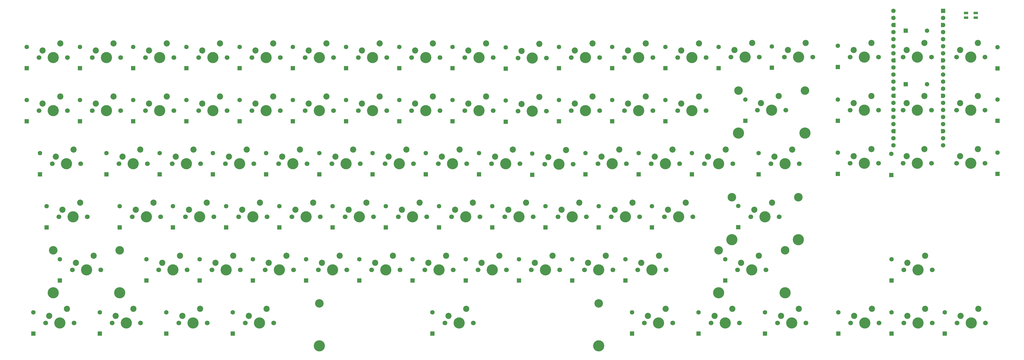
<source format=gbr>
%TF.GenerationSoftware,KiCad,Pcbnew,9.0.3-9.0.3-0~ubuntu24.04.1*%
%TF.CreationDate,2025-07-19T21:47:56-07:00*%
%TF.ProjectId,Keyboard,4b657962-6f61-4726-942e-6b696361645f,rev?*%
%TF.SameCoordinates,Original*%
%TF.FileFunction,Soldermask,Top*%
%TF.FilePolarity,Negative*%
%FSLAX46Y46*%
G04 Gerber Fmt 4.6, Leading zero omitted, Abs format (unit mm)*
G04 Created by KiCad (PCBNEW 9.0.3-9.0.3-0~ubuntu24.04.1) date 2025-07-19 21:47:56*
%MOMM*%
%LPD*%
G01*
G04 APERTURE LIST*
G04 Aperture macros list*
%AMRoundRect*
0 Rectangle with rounded corners*
0 $1 Rounding radius*
0 $2 $3 $4 $5 $6 $7 $8 $9 X,Y pos of 4 corners*
0 Add a 4 corners polygon primitive as box body*
4,1,4,$2,$3,$4,$5,$6,$7,$8,$9,$2,$3,0*
0 Add four circle primitives for the rounded corners*
1,1,$1+$1,$2,$3*
1,1,$1+$1,$4,$5*
1,1,$1+$1,$6,$7*
1,1,$1+$1,$8,$9*
0 Add four rect primitives between the rounded corners*
20,1,$1+$1,$2,$3,$4,$5,0*
20,1,$1+$1,$4,$5,$6,$7,0*
20,1,$1+$1,$6,$7,$8,$9,0*
20,1,$1+$1,$8,$9,$2,$3,0*%
%AMFreePoly0*
4,1,37,0.603843,0.796157,0.639018,0.796157,0.711114,0.766294,0.766294,0.711114,0.796157,0.639018,0.796157,0.603843,0.800000,0.600000,0.800000,-0.600000,0.796157,-0.603843,0.796157,-0.639018,0.766294,-0.711114,0.711114,-0.766294,0.639018,-0.796157,0.603843,-0.796157,0.600000,-0.800000,0.000000,-0.800000,0.000000,-0.796148,-0.078414,-0.796148,-0.232228,-0.765552,-0.377117,-0.705537,
-0.507515,-0.618408,-0.618408,-0.507515,-0.705537,-0.377117,-0.765552,-0.232228,-0.796148,-0.078414,-0.796148,0.078414,-0.765552,0.232228,-0.705537,0.377117,-0.618408,0.507515,-0.507515,0.618408,-0.377117,0.705537,-0.232228,0.765552,-0.078414,0.796148,0.000000,0.796148,0.000000,0.800000,0.600000,0.800000,0.603843,0.796157,0.603843,0.796157,$1*%
%AMFreePoly1*
4,1,37,0.000000,0.796148,0.078414,0.796148,0.232228,0.765552,0.377117,0.705537,0.507515,0.618408,0.618408,0.507515,0.705537,0.377117,0.765552,0.232228,0.796148,0.078414,0.796148,-0.078414,0.765552,-0.232228,0.705537,-0.377117,0.618408,-0.507515,0.507515,-0.618408,0.377117,-0.705537,0.232228,-0.765552,0.078414,-0.796148,0.000000,-0.796148,0.000000,-0.800000,-0.600000,-0.800000,
-0.603843,-0.796157,-0.639018,-0.796157,-0.711114,-0.766294,-0.766294,-0.711114,-0.796157,-0.639018,-0.796157,-0.603843,-0.800000,-0.600000,-0.800000,0.600000,-0.796157,0.603843,-0.796157,0.639018,-0.766294,0.711114,-0.711114,0.766294,-0.639018,0.796157,-0.603843,0.796157,-0.600000,0.800000,0.000000,0.800000,0.000000,0.796148,0.000000,0.796148,$1*%
G04 Aperture macros list end*
%ADD10C,1.700000*%
%ADD11C,4.000000*%
%ADD12C,2.200000*%
%ADD13C,3.050000*%
%ADD14RoundRect,0.250000X0.550000X-0.550000X0.550000X0.550000X-0.550000X0.550000X-0.550000X-0.550000X0*%
%ADD15C,1.600000*%
%ADD16R,1.600000X0.850000*%
%ADD17RoundRect,0.250000X-0.550000X-0.550000X0.550000X-0.550000X0.550000X0.550000X-0.550000X0.550000X0*%
%ADD18RoundRect,0.200000X0.600000X0.600000X-0.600000X0.600000X-0.600000X-0.600000X0.600000X-0.600000X0*%
%ADD19FreePoly0,180.000000*%
%ADD20FreePoly1,180.000000*%
G04 APERTURE END LIST*
D10*
%TO.C,SW44*%
X117792500Y-54927500D03*
D11*
X122872500Y-54927500D03*
D10*
X127952500Y-54927500D03*
D12*
X125412500Y-49847500D03*
X119062500Y-52387500D03*
%TD*%
D10*
%TO.C,SW56*%
X155892500Y-55086250D03*
D11*
X160972500Y-55086250D03*
D10*
X166052500Y-55086250D03*
D12*
X163512500Y-50006250D03*
X157162500Y-52546250D03*
%TD*%
D10*
%TO.C,SW40*%
X113030000Y-93027500D03*
D11*
X118110000Y-93027500D03*
D10*
X123190000Y-93027500D03*
D12*
X120650000Y-87947500D03*
X114300000Y-90487500D03*
%TD*%
D10*
%TO.C,SW63*%
X184467500Y-73977500D03*
D11*
X189547500Y-73977500D03*
D10*
X194627500Y-73977500D03*
D12*
X192087500Y-68897500D03*
X185737500Y-71437500D03*
%TD*%
D10*
%TO.C,SW11*%
X27305000Y-112077500D03*
D11*
X32385000Y-112077500D03*
D10*
X37465000Y-112077500D03*
D12*
X34925000Y-106997500D03*
X28575000Y-109537500D03*
%TD*%
D10*
%TO.C,SW85*%
X293766875Y-35718750D03*
D11*
X298846875Y-35718750D03*
D10*
X303926875Y-35718750D03*
D12*
X301386875Y-30638750D03*
X295036875Y-33178750D03*
%TD*%
D10*
%TO.C,SW34*%
X93980000Y-93027500D03*
D11*
X99060000Y-93027500D03*
D10*
X104140000Y-93027500D03*
D12*
X101600000Y-87947500D03*
X95250000Y-90487500D03*
%TD*%
D10*
%TO.C,SW8*%
X3492500Y-54927500D03*
D11*
X8572500Y-54927500D03*
D10*
X13652500Y-54927500D03*
D12*
X11112500Y-49847500D03*
X4762500Y-52387500D03*
%TD*%
D10*
%TO.C,SW31*%
X79692500Y-35877500D03*
D11*
X84772500Y-35877500D03*
D10*
X89852500Y-35877500D03*
D12*
X87312500Y-30797500D03*
X80962500Y-33337500D03*
%TD*%
D10*
%TO.C,SW68*%
X193992500Y-54927500D03*
D11*
X199072500Y-54927500D03*
D10*
X204152500Y-54927500D03*
D12*
X201612500Y-49847500D03*
X195262500Y-52387500D03*
%TD*%
D10*
%TO.C,SW46*%
X132080000Y-93027500D03*
D11*
X137160000Y-93027500D03*
D10*
X142240000Y-93027500D03*
D12*
X139700000Y-87947500D03*
X133350000Y-90487500D03*
%TD*%
D10*
%TO.C,SW62*%
X174942500Y-54927500D03*
D11*
X180022500Y-54927500D03*
D10*
X185102500Y-54927500D03*
D12*
X182562500Y-49847500D03*
X176212500Y-52387500D03*
%TD*%
D10*
%TO.C,SW49*%
X136842500Y-35877500D03*
D11*
X141922500Y-35877500D03*
D10*
X147002500Y-35877500D03*
D12*
X144462500Y-30797500D03*
X138112500Y-33337500D03*
%TD*%
D10*
%TO.C,SW36*%
X201136250Y-131127500D03*
D11*
X206216250Y-131127500D03*
D10*
X211296250Y-131127500D03*
D12*
X208756250Y-126047500D03*
X202406250Y-128587500D03*
%TD*%
D13*
%TO.C,SW30*%
X84778750Y-124127500D03*
D11*
X84778750Y-139367500D03*
D10*
X129698750Y-131127500D03*
D11*
X134778750Y-131127500D03*
D10*
X139858750Y-131127500D03*
D13*
X184778750Y-124127500D03*
D11*
X184778750Y-139367500D03*
D12*
X137318750Y-126047500D03*
X130968750Y-128587500D03*
%TD*%
D10*
%TO.C,SW45*%
X127317500Y-73977500D03*
D11*
X132397500Y-73977500D03*
D10*
X137477500Y-73977500D03*
D12*
X134937500Y-68897500D03*
X128587500Y-71437500D03*
%TD*%
D10*
%TO.C,SW81*%
X246380000Y-73977500D03*
D11*
X251460000Y-73977500D03*
D10*
X256540000Y-73977500D03*
D12*
X254000000Y-68897500D03*
X247650000Y-71437500D03*
%TD*%
D10*
%TO.C,SW88*%
X312888125Y-73818750D03*
D11*
X317968125Y-73818750D03*
D10*
X323048125Y-73818750D03*
D12*
X320508125Y-68738750D03*
X314158125Y-71278750D03*
%TD*%
D10*
%TO.C,SW20*%
X41592500Y-54927500D03*
D11*
X46672500Y-54927500D03*
D10*
X51752500Y-54927500D03*
D12*
X49212500Y-49847500D03*
X42862500Y-52387500D03*
%TD*%
D13*
%TO.C,SW80*%
X234791250Y-47768750D03*
D11*
X234791250Y-63008750D03*
D10*
X241611250Y-54768750D03*
D11*
X246691250Y-54768750D03*
D10*
X251771250Y-54768750D03*
D13*
X258591250Y-47768750D03*
D11*
X258591250Y-63008750D03*
D12*
X249231250Y-49688750D03*
X242881250Y-52228750D03*
%TD*%
D10*
%TO.C,SW54*%
X274955000Y-131127500D03*
D11*
X280035000Y-131127500D03*
D10*
X285115000Y-131127500D03*
D12*
X282575000Y-126047500D03*
X276225000Y-128587500D03*
%TD*%
D10*
%TO.C,SW66*%
X313055000Y-131127500D03*
D11*
X318135000Y-131127500D03*
D10*
X323215000Y-131127500D03*
D12*
X320675000Y-126047500D03*
X314325000Y-128587500D03*
%TD*%
D10*
%TO.C,SW61*%
X174942500Y-35877500D03*
D11*
X180022500Y-35877500D03*
D10*
X185102500Y-35877500D03*
D12*
X182562500Y-30797500D03*
X176212500Y-33337500D03*
%TD*%
D10*
%TO.C,SW78*%
X274788125Y-54768750D03*
D11*
X279868125Y-54768750D03*
D10*
X284948125Y-54768750D03*
D12*
X282408125Y-49688750D03*
X276058125Y-52228750D03*
%TD*%
D10*
%TO.C,SW9*%
X13017500Y-73977500D03*
D11*
X18097500Y-73977500D03*
D10*
X23177500Y-73977500D03*
D12*
X20637500Y-68897500D03*
X14287500Y-71437500D03*
%TD*%
D10*
%TO.C,SW73*%
X213042500Y-35877500D03*
D11*
X218122500Y-35877500D03*
D10*
X223202500Y-35877500D03*
D12*
X220662500Y-30797500D03*
X214312500Y-33337500D03*
%TD*%
D10*
%TO.C,SW24*%
X58261250Y-131127500D03*
D11*
X63341250Y-131127500D03*
D10*
X68421250Y-131127500D03*
D12*
X65881250Y-126047500D03*
X59531250Y-128587500D03*
%TD*%
D10*
%TO.C,SW64*%
X189230000Y-93027500D03*
D11*
X194310000Y-93027500D03*
D10*
X199390000Y-93027500D03*
D12*
X196850000Y-87947500D03*
X190500000Y-90487500D03*
%TD*%
D10*
%TO.C,SW87*%
X293766875Y-73818750D03*
D11*
X298846875Y-73818750D03*
D10*
X303926875Y-73818750D03*
D12*
X301386875Y-68738750D03*
X295036875Y-71278750D03*
%TD*%
D10*
%TO.C,SW82*%
X274788125Y-73818750D03*
D11*
X279868125Y-73818750D03*
D10*
X284948125Y-73818750D03*
D12*
X282408125Y-68738750D03*
X276058125Y-71278750D03*
%TD*%
D14*
%TO.C,D87*%
X289500000Y-78060000D03*
D15*
X289500000Y-70440000D03*
%TD*%
D10*
%TO.C,SW42*%
X224948750Y-131127500D03*
D11*
X230028750Y-131127500D03*
D10*
X235108750Y-131127500D03*
D12*
X232568750Y-126047500D03*
X226218750Y-128587500D03*
%TD*%
D13*
%TO.C,SW5*%
X-10471250Y-105077500D03*
D11*
X-10471250Y-120317500D03*
D10*
X-3651250Y-112077500D03*
D11*
X1428750Y-112077500D03*
D10*
X6508750Y-112077500D03*
D13*
X13328750Y-105077500D03*
D11*
X13328750Y-120317500D03*
D12*
X3968750Y-106997500D03*
X-2381250Y-109537500D03*
%TD*%
D10*
%TO.C,SW15*%
X32067500Y-73977500D03*
D11*
X37147500Y-73977500D03*
D10*
X42227500Y-73977500D03*
D12*
X39687500Y-68897500D03*
X33337500Y-71437500D03*
%TD*%
D10*
%TO.C,SW84*%
X312888125Y-54768750D03*
D11*
X317968125Y-54768750D03*
D10*
X323048125Y-54768750D03*
D12*
X320508125Y-49688750D03*
X314158125Y-52228750D03*
%TD*%
D10*
%TO.C,SW18*%
X34448750Y-131127500D03*
D11*
X39528750Y-131127500D03*
D10*
X44608750Y-131127500D03*
D12*
X42068750Y-126047500D03*
X35718750Y-128587500D03*
%TD*%
D10*
%TO.C,SW27*%
X70167500Y-73977500D03*
D11*
X75247500Y-73977500D03*
D10*
X80327500Y-73977500D03*
D12*
X77787500Y-68897500D03*
X71437500Y-71437500D03*
%TD*%
D10*
%TO.C,SW67*%
X193992500Y-35877500D03*
D11*
X199072500Y-35877500D03*
D10*
X204152500Y-35877500D03*
D12*
X201612500Y-30797500D03*
X195262500Y-33337500D03*
%TD*%
D10*
%TO.C,SW79*%
X232092500Y-35718750D03*
D11*
X237172500Y-35718750D03*
D10*
X242252500Y-35718750D03*
D12*
X239712500Y-30638750D03*
X233362500Y-33178750D03*
%TD*%
D10*
%TO.C,SW16*%
X36830000Y-93027500D03*
D11*
X41910000Y-93027500D03*
D10*
X46990000Y-93027500D03*
D12*
X44450000Y-87947500D03*
X38100000Y-90487500D03*
%TD*%
D10*
%TO.C,SW58*%
X170180000Y-93027500D03*
D11*
X175260000Y-93027500D03*
D10*
X180340000Y-93027500D03*
D12*
X177800000Y-87947500D03*
X171450000Y-90487500D03*
%TD*%
D10*
%TO.C,SW83*%
X312888125Y-35718750D03*
D11*
X317968125Y-35718750D03*
D10*
X323048125Y-35718750D03*
D12*
X320508125Y-30638750D03*
X314158125Y-33178750D03*
%TD*%
D10*
%TO.C,SW19*%
X41592500Y-35877500D03*
D11*
X46672500Y-35877500D03*
D10*
X51752500Y-35877500D03*
D12*
X49212500Y-30797500D03*
X42862500Y-33337500D03*
%TD*%
D10*
%TO.C,SW23*%
X65405000Y-112077500D03*
D11*
X70485000Y-112077500D03*
D10*
X75565000Y-112077500D03*
D12*
X73025000Y-106997500D03*
X66675000Y-109537500D03*
%TD*%
D13*
%TO.C,SW71*%
X227653750Y-105077500D03*
D11*
X227653750Y-120317500D03*
D10*
X234473750Y-112077500D03*
D11*
X239553750Y-112077500D03*
D10*
X244633750Y-112077500D03*
D13*
X251453750Y-105077500D03*
D11*
X251453750Y-120317500D03*
D12*
X242093750Y-106997500D03*
X235743750Y-109537500D03*
%TD*%
D10*
%TO.C,SW33*%
X89217500Y-73977500D03*
D11*
X94297500Y-73977500D03*
D10*
X99377500Y-73977500D03*
D12*
X96837500Y-68897500D03*
X90487500Y-71437500D03*
%TD*%
D10*
%TO.C,SW2*%
X-15557500Y-54927500D03*
D11*
X-10477500Y-54927500D03*
D10*
X-5397500Y-54927500D03*
D12*
X-7937500Y-49847500D03*
X-14287500Y-52387500D03*
%TD*%
D10*
%TO.C,SW7*%
X3492500Y-35877528D03*
D11*
X8572500Y-35877528D03*
D10*
X13652500Y-35877528D03*
D12*
X11112500Y-30797528D03*
X4762500Y-33337528D03*
%TD*%
D10*
%TO.C,SW38*%
X98742500Y-54927500D03*
D11*
X103822500Y-54927500D03*
D10*
X108902500Y-54927500D03*
D12*
X106362500Y-49847500D03*
X100012500Y-52387500D03*
%TD*%
D10*
%TO.C,SW52*%
X151130000Y-93027500D03*
D11*
X156210000Y-93027500D03*
D10*
X161290000Y-93027500D03*
D12*
X158750000Y-87947500D03*
X152400000Y-90487500D03*
%TD*%
D10*
%TO.C,SW53*%
X160655000Y-112077500D03*
D11*
X165735000Y-112077500D03*
D10*
X170815000Y-112077500D03*
D12*
X168275000Y-106997500D03*
X161925000Y-109537500D03*
%TD*%
D10*
%TO.C,SW32*%
X79692500Y-54927500D03*
D11*
X84772500Y-54927500D03*
D10*
X89852500Y-54927500D03*
D12*
X87312500Y-49847500D03*
X80962500Y-52387500D03*
%TD*%
D10*
%TO.C,SW1*%
X-15557500Y-35877500D03*
D11*
X-10477500Y-35877500D03*
D10*
X-5397500Y-35877500D03*
D12*
X-7937500Y-30797500D03*
X-14287500Y-33337500D03*
%TD*%
D10*
%TO.C,SW60*%
X294005000Y-131127500D03*
D11*
X299085000Y-131127500D03*
D10*
X304165000Y-131127500D03*
D12*
X301625000Y-126047500D03*
X295275000Y-128587500D03*
%TD*%
D10*
%TO.C,SW10*%
X17780000Y-93027500D03*
D11*
X22860000Y-93027500D03*
D10*
X27940000Y-93027500D03*
D12*
X25400000Y-87947500D03*
X19050000Y-90487500D03*
%TD*%
D10*
%TO.C,SW57*%
X165417500Y-74136250D03*
D11*
X170497500Y-74136250D03*
D10*
X175577500Y-74136250D03*
D12*
X173037500Y-69056250D03*
X166687500Y-71596250D03*
%TD*%
D10*
%TO.C,SW4*%
X-8413750Y-93027500D03*
D11*
X-3333750Y-93027500D03*
D10*
X1746250Y-93027500D03*
D12*
X-793750Y-87947500D03*
X-7143750Y-90487500D03*
%TD*%
D10*
%TO.C,SW41*%
X122555000Y-112077500D03*
D11*
X127635000Y-112077500D03*
D10*
X132715000Y-112077500D03*
D12*
X130175000Y-106997500D03*
X123825000Y-109537500D03*
%TD*%
D10*
%TO.C,SW74*%
X213042500Y-54927500D03*
D11*
X218122500Y-54927500D03*
D10*
X223202500Y-54927500D03*
D12*
X220662500Y-49847500D03*
X214312500Y-52387500D03*
%TD*%
D10*
%TO.C,SW48*%
X248761250Y-131127500D03*
D11*
X253841250Y-131127500D03*
D10*
X258921250Y-131127500D03*
D12*
X256381250Y-126047500D03*
X250031250Y-128587500D03*
%TD*%
D10*
%TO.C,SW22*%
X55880000Y-93027500D03*
D11*
X60960000Y-93027500D03*
D10*
X66040000Y-93027500D03*
D12*
X63500000Y-87947500D03*
X57150000Y-90487500D03*
%TD*%
D10*
%TO.C,SW55*%
X155892500Y-36036250D03*
D11*
X160972500Y-36036250D03*
D10*
X166052500Y-36036250D03*
D12*
X163512500Y-30956250D03*
X157162500Y-33496250D03*
%TD*%
D10*
%TO.C,SW43*%
X117792500Y-35877500D03*
D11*
X122872500Y-35877500D03*
D10*
X127952500Y-35877500D03*
D12*
X125412500Y-30797500D03*
X119062500Y-33337500D03*
%TD*%
D10*
%TO.C,SW72*%
X294005000Y-112077500D03*
D11*
X299085000Y-112077500D03*
D10*
X304165000Y-112077500D03*
D12*
X301625000Y-106997500D03*
X295275000Y-109537500D03*
%TD*%
D10*
%TO.C,SW14*%
X22542500Y-54927500D03*
D11*
X27622500Y-54927500D03*
D10*
X32702500Y-54927500D03*
D12*
X30162500Y-49847500D03*
X23812500Y-52387500D03*
%TD*%
D10*
%TO.C,SW3*%
X-10795000Y-73977500D03*
D11*
X-5715000Y-73977500D03*
D10*
X-635000Y-73977500D03*
D12*
X-3175000Y-68897500D03*
X-9525000Y-71437500D03*
%TD*%
D13*
%TO.C,SW76*%
X232416250Y-86027500D03*
D11*
X232416250Y-101267500D03*
D10*
X239236250Y-93027500D03*
D11*
X244316250Y-93027500D03*
D10*
X249396250Y-93027500D03*
D13*
X256216250Y-86027500D03*
D11*
X256216250Y-101267500D03*
D12*
X246856250Y-87947500D03*
X240506250Y-90487500D03*
%TD*%
D10*
%TO.C,SW29*%
X84455000Y-112077500D03*
D11*
X89535000Y-112077500D03*
D10*
X94615000Y-112077500D03*
D12*
X92075000Y-106997500D03*
X85725000Y-109537500D03*
%TD*%
D10*
%TO.C,SW86*%
X293766875Y-54768750D03*
D11*
X298846875Y-54768750D03*
D10*
X303926875Y-54768750D03*
D12*
X301386875Y-49688750D03*
X295036875Y-52228750D03*
%TD*%
D10*
%TO.C,SW21*%
X51117500Y-73977500D03*
D11*
X56197500Y-73977500D03*
D10*
X61277500Y-73977500D03*
D12*
X58737500Y-68897500D03*
X52387500Y-71437500D03*
%TD*%
D10*
%TO.C,SW51*%
X146367500Y-73977500D03*
D11*
X151447500Y-73977500D03*
D10*
X156527500Y-73977500D03*
D12*
X153987500Y-68897500D03*
X147637500Y-71437500D03*
%TD*%
D10*
%TO.C,SW37*%
X98742500Y-35877500D03*
D11*
X103822500Y-35877500D03*
D10*
X108902500Y-35877500D03*
D12*
X106362500Y-30797500D03*
X100012500Y-33337500D03*
%TD*%
D10*
%TO.C,SW47*%
X141605000Y-112077500D03*
D11*
X146685000Y-112077500D03*
D10*
X151765000Y-112077500D03*
D12*
X149225000Y-106997500D03*
X142875000Y-109537500D03*
%TD*%
D10*
%TO.C,SW25*%
X60642500Y-35877500D03*
D11*
X65722500Y-35877500D03*
D10*
X70802500Y-35877500D03*
D12*
X68262500Y-30797500D03*
X61912500Y-33337500D03*
%TD*%
D10*
%TO.C,SW6*%
X-13176250Y-131127500D03*
D11*
X-8096250Y-131127500D03*
D10*
X-3016250Y-131127500D03*
D12*
X-5556250Y-126047500D03*
X-11906250Y-128587500D03*
%TD*%
D10*
%TO.C,SW70*%
X208280000Y-93027500D03*
D11*
X213360000Y-93027500D03*
D10*
X218440000Y-93027500D03*
D12*
X215900000Y-87947500D03*
X209550000Y-90487500D03*
%TD*%
D10*
%TO.C,SW26*%
X60642500Y-54927500D03*
D11*
X65722500Y-54927500D03*
D10*
X70802500Y-54927500D03*
D12*
X68262500Y-49847500D03*
X61912500Y-52387500D03*
%TD*%
D10*
%TO.C,SW50*%
X136842500Y-54927500D03*
D11*
X141922500Y-54927500D03*
D10*
X147002500Y-54927500D03*
D12*
X144462500Y-49847500D03*
X138112500Y-52387500D03*
%TD*%
D10*
%TO.C,SW59*%
X179705000Y-112077500D03*
D11*
X184785000Y-112077500D03*
D10*
X189865000Y-112077500D03*
D12*
X187325000Y-106997500D03*
X180975000Y-109537500D03*
%TD*%
D10*
%TO.C,SW89*%
X251201816Y-35718750D03*
D11*
X256281816Y-35718750D03*
D10*
X261361816Y-35718750D03*
D12*
X258821816Y-30638750D03*
X252471816Y-33178750D03*
%TD*%
D10*
%TO.C,SW75*%
X222567500Y-73977500D03*
D11*
X227647500Y-73977500D03*
D10*
X232727500Y-73977500D03*
D12*
X230187500Y-68897500D03*
X223837500Y-71437500D03*
%TD*%
D10*
%TO.C,SW13*%
X22542500Y-35877500D03*
D11*
X27622500Y-35877500D03*
D10*
X32702500Y-35877500D03*
D12*
X30162500Y-30797500D03*
X23812500Y-33337500D03*
%TD*%
D10*
%TO.C,SW28*%
X74930000Y-93027500D03*
D11*
X80010000Y-93027500D03*
D10*
X85090000Y-93027500D03*
D12*
X82550000Y-87947500D03*
X76200000Y-90487500D03*
%TD*%
D10*
%TO.C,SW17*%
X46355000Y-112077500D03*
D11*
X51435000Y-112077500D03*
D10*
X56515000Y-112077500D03*
D12*
X53975000Y-106997500D03*
X47625000Y-109537500D03*
%TD*%
D10*
%TO.C,SW65*%
X198755000Y-112077500D03*
D11*
X203835000Y-112077500D03*
D10*
X208915000Y-112077500D03*
D12*
X206375000Y-106997500D03*
X200025000Y-109537500D03*
%TD*%
D10*
%TO.C,SW69*%
X203517500Y-73977500D03*
D11*
X208597500Y-73977500D03*
D10*
X213677500Y-73977500D03*
D12*
X211137500Y-68897500D03*
X204787500Y-71437500D03*
%TD*%
D10*
%TO.C,SW77*%
X274788125Y-35718750D03*
D11*
X279868125Y-35718750D03*
D10*
X284948125Y-35718750D03*
D12*
X282408125Y-30638750D03*
X276058125Y-33178750D03*
%TD*%
D10*
%TO.C,SW12*%
X10636250Y-131127500D03*
D11*
X15716250Y-131127500D03*
D10*
X20796250Y-131127500D03*
D12*
X18256250Y-126047500D03*
X11906250Y-128587500D03*
%TD*%
D10*
%TO.C,SW35*%
X103505000Y-112077500D03*
D11*
X108585000Y-112077500D03*
D10*
X113665000Y-112077500D03*
D12*
X111125000Y-106997500D03*
X104775000Y-109537500D03*
%TD*%
D10*
%TO.C,SW39*%
X108267500Y-73977500D03*
D11*
X113347500Y-73977500D03*
D10*
X118427500Y-73977500D03*
D12*
X115887500Y-68897500D03*
X109537500Y-71437500D03*
%TD*%
D16*
%TO.C,D91*%
X316250000Y-19875000D03*
X316250000Y-21625000D03*
X319750000Y-21625000D03*
X319750000Y-19875000D03*
%TD*%
D14*
%TO.C,D50*%
X132397500Y-58737500D03*
D15*
X132397500Y-51117500D03*
%TD*%
D14*
%TO.C,D36*%
X196691250Y-134937500D03*
D15*
X196691250Y-127317500D03*
%TD*%
D14*
%TO.C,D43*%
X113347500Y-39687500D03*
D15*
X113347500Y-32067500D03*
%TD*%
D17*
%TO.C,D86*%
X294690000Y-45500000D03*
D15*
X302310000Y-45500000D03*
%TD*%
D14*
%TO.C,D51*%
X141922500Y-77787500D03*
D15*
X141922500Y-70167500D03*
%TD*%
D14*
%TO.C,D70*%
X203835000Y-96837500D03*
D15*
X203835000Y-89217500D03*
%TD*%
D14*
%TO.C,D21*%
X46672500Y-77787500D03*
D15*
X46672500Y-70167500D03*
%TD*%
D14*
%TO.C,D35*%
X99060000Y-115887500D03*
D15*
X99060000Y-108267500D03*
%TD*%
D14*
%TO.C,D79*%
X227647500Y-39687500D03*
D15*
X227647500Y-32067500D03*
%TD*%
D14*
%TO.C,D27*%
X65722500Y-77787500D03*
D15*
X65722500Y-70167500D03*
%TD*%
D14*
%TO.C,D88*%
X327500000Y-77628750D03*
D15*
X327500000Y-70008750D03*
%TD*%
D14*
%TO.C,D24*%
X53816250Y-134937500D03*
D15*
X53816250Y-127317500D03*
%TD*%
D14*
%TO.C,D71*%
X230028750Y-115887500D03*
D15*
X230028750Y-108267500D03*
%TD*%
D14*
%TO.C,D66*%
X308610000Y-134937500D03*
D15*
X308610000Y-127317500D03*
%TD*%
D14*
%TO.C,D64*%
X184785000Y-96837500D03*
D15*
X184785000Y-89217500D03*
%TD*%
D14*
%TO.C,D60*%
X289560000Y-134937500D03*
D15*
X289560000Y-127317500D03*
%TD*%
D14*
%TO.C,D42*%
X220503750Y-134937500D03*
D15*
X220503750Y-127317500D03*
%TD*%
D14*
%TO.C,D73*%
X208597500Y-39687500D03*
D15*
X208597500Y-32067500D03*
%TD*%
D14*
%TO.C,D29*%
X80010000Y-115887500D03*
D15*
X80010000Y-108267500D03*
%TD*%
D14*
%TO.C,D39*%
X103822500Y-77787500D03*
D15*
X103822500Y-70167500D03*
%TD*%
D14*
%TO.C,D54*%
X270510000Y-134937500D03*
D15*
X270510000Y-127317500D03*
%TD*%
D14*
%TO.C,D67*%
X189547500Y-39687500D03*
D15*
X189547500Y-32067500D03*
%TD*%
D14*
%TO.C,D38*%
X94297500Y-58737500D03*
D15*
X94297500Y-51117500D03*
%TD*%
D14*
%TO.C,D47*%
X137160000Y-115887500D03*
D15*
X137160000Y-108267500D03*
%TD*%
D14*
%TO.C,D2*%
X-20002500Y-58737500D03*
D15*
X-20002500Y-51117500D03*
%TD*%
D14*
%TO.C,D65*%
X194310000Y-115887500D03*
D15*
X194310000Y-108267500D03*
%TD*%
D14*
%TO.C,D48*%
X244316250Y-134937500D03*
D15*
X244316250Y-127317500D03*
%TD*%
D14*
%TO.C,D76*%
X234750000Y-96810000D03*
D15*
X234750000Y-89190000D03*
%TD*%
D14*
%TO.C,D82*%
X270343125Y-77628750D03*
D15*
X270343125Y-70008750D03*
%TD*%
D14*
%TO.C,D14*%
X18097500Y-58737500D03*
D15*
X18097500Y-51117500D03*
%TD*%
D14*
%TO.C,D8*%
X-952500Y-58737500D03*
D15*
X-952500Y-51117500D03*
%TD*%
D14*
%TO.C,D33*%
X84772500Y-77787500D03*
D15*
X84772500Y-70167500D03*
%TD*%
D14*
%TO.C,D68*%
X189547500Y-58737500D03*
D15*
X189547500Y-51117500D03*
%TD*%
D14*
%TO.C,D22*%
X51435000Y-96837500D03*
D15*
X51435000Y-89217500D03*
%TD*%
D14*
%TO.C,D55*%
X151447500Y-39846250D03*
D15*
X151447500Y-32226250D03*
%TD*%
D14*
%TO.C,D58*%
X165735000Y-96837500D03*
D15*
X165735000Y-89217500D03*
%TD*%
D14*
%TO.C,D56*%
X151447500Y-58896250D03*
D15*
X151447500Y-51276250D03*
%TD*%
D14*
%TO.C,D89*%
X246756824Y-39528720D03*
D15*
X246756824Y-31908720D03*
%TD*%
D14*
%TO.C,D80*%
X237250000Y-58560000D03*
D15*
X237250000Y-50940000D03*
%TD*%
D14*
%TO.C,D37*%
X94297500Y-39687500D03*
D15*
X94297500Y-32067500D03*
%TD*%
D14*
%TO.C,D9*%
X8572500Y-77787500D03*
D15*
X8572500Y-70167500D03*
%TD*%
D14*
%TO.C,D30*%
X125253750Y-134937500D03*
D15*
X125253750Y-127317500D03*
%TD*%
D14*
%TO.C,D7*%
X-952500Y-39687500D03*
D15*
X-952500Y-32067500D03*
%TD*%
D14*
%TO.C,D11*%
X22860000Y-115887500D03*
D15*
X22860000Y-108267500D03*
%TD*%
D14*
%TO.C,D81*%
X242000000Y-77787500D03*
D15*
X242000000Y-70167500D03*
%TD*%
D14*
%TO.C,D31*%
X75247500Y-39687500D03*
D15*
X75247500Y-32067500D03*
%TD*%
D14*
%TO.C,D13*%
X18097500Y-39687500D03*
D15*
X18097500Y-32067500D03*
%TD*%
D14*
%TO.C,D25*%
X56197500Y-39687500D03*
D15*
X56197500Y-32067500D03*
%TD*%
D14*
%TO.C,D1*%
X-20002500Y-39687500D03*
D15*
X-20002500Y-32067500D03*
%TD*%
D14*
%TO.C,D28*%
X70485000Y-96837500D03*
D15*
X70485000Y-89217500D03*
%TD*%
D14*
%TO.C,D57*%
X160972500Y-77946250D03*
D15*
X160972500Y-70326250D03*
%TD*%
D14*
%TO.C,D19*%
X37147500Y-39687500D03*
D15*
X37147500Y-32067500D03*
%TD*%
D14*
%TO.C,D6*%
X-17621250Y-134937500D03*
D15*
X-17621250Y-127317500D03*
%TD*%
D14*
%TO.C,D18*%
X30003750Y-134937500D03*
D15*
X30003750Y-127317500D03*
%TD*%
D14*
%TO.C,D41*%
X118110000Y-115887500D03*
D15*
X118110000Y-108267500D03*
%TD*%
D14*
%TO.C,D52*%
X146685000Y-96837500D03*
D15*
X146685000Y-89217500D03*
%TD*%
D14*
%TO.C,D17*%
X41910000Y-115887500D03*
D15*
X41910000Y-108267500D03*
%TD*%
D14*
%TO.C,D63*%
X180022500Y-77787500D03*
D15*
X180022500Y-70167500D03*
%TD*%
D14*
%TO.C,D5*%
X-8096250Y-115887500D03*
D15*
X-8096250Y-108267500D03*
%TD*%
D14*
%TO.C,D59*%
X175260000Y-115887500D03*
D15*
X175260000Y-108267500D03*
%TD*%
D14*
%TO.C,D78*%
X270343125Y-58578750D03*
D15*
X270343125Y-50958750D03*
%TD*%
D17*
%TO.C,D85*%
X294690000Y-26250000D03*
D15*
X302310000Y-26250000D03*
%TD*%
D14*
%TO.C,D20*%
X37147500Y-58737500D03*
D15*
X37147500Y-51117500D03*
%TD*%
D14*
%TO.C,D3*%
X-15240000Y-77787500D03*
D15*
X-15240000Y-70167500D03*
%TD*%
D14*
%TO.C,D23*%
X60960000Y-115887500D03*
D15*
X60960000Y-108267500D03*
%TD*%
D14*
%TO.C,D44*%
X113347500Y-58737500D03*
D15*
X113347500Y-51117500D03*
%TD*%
D14*
%TO.C,D4*%
X-12858750Y-96837500D03*
D15*
X-12858750Y-89217500D03*
%TD*%
D14*
%TO.C,D77*%
X270343125Y-39290625D03*
D15*
X270343125Y-31670625D03*
%TD*%
D14*
%TO.C,D49*%
X132397500Y-39687500D03*
D15*
X132397500Y-32067500D03*
%TD*%
D14*
%TO.C,D69*%
X199072500Y-77787500D03*
D15*
X199072500Y-70167500D03*
%TD*%
D14*
%TO.C,D53*%
X156210000Y-115887500D03*
D15*
X156210000Y-108267500D03*
%TD*%
D18*
%TO.C,U1*%
X308030000Y-19130000D03*
D15*
X308030000Y-21670000D03*
D19*
X308030000Y-24210000D03*
D15*
X308030000Y-26750000D03*
X308030000Y-29290000D03*
X308030000Y-31830000D03*
X308030000Y-34370000D03*
D19*
X308030000Y-36910000D03*
D15*
X308030000Y-39450000D03*
X308030000Y-41990000D03*
X308030000Y-44530000D03*
X308030000Y-47070000D03*
D19*
X308030000Y-49610000D03*
D15*
X308030000Y-52150000D03*
X308030000Y-54690000D03*
X308030000Y-57230000D03*
X308030000Y-59770000D03*
D19*
X308030000Y-62310000D03*
D15*
X308030000Y-64850000D03*
X308030000Y-67390000D03*
X290250000Y-67390000D03*
X290250000Y-64850000D03*
D20*
X290250000Y-62310000D03*
D15*
X290250000Y-59770000D03*
X290250000Y-57230000D03*
X290250000Y-54690000D03*
X290250000Y-52150000D03*
D20*
X290250000Y-49610000D03*
D15*
X290250000Y-47070000D03*
X290250000Y-44530000D03*
X290250000Y-41990000D03*
X290250000Y-39450000D03*
D20*
X290250000Y-36910000D03*
D15*
X290250000Y-34370000D03*
X290250000Y-31830000D03*
X290250000Y-29290000D03*
X290250000Y-26750000D03*
D20*
X290250000Y-24210000D03*
D15*
X290250000Y-21670000D03*
X290250000Y-19130000D03*
%TD*%
D14*
%TO.C,D45*%
X122872500Y-77787500D03*
D15*
X122872500Y-70167500D03*
%TD*%
D14*
%TO.C,D12*%
X6191250Y-134937500D03*
D15*
X6191250Y-127317500D03*
%TD*%
D14*
%TO.C,D32*%
X75247500Y-58737500D03*
D15*
X75247500Y-51117500D03*
%TD*%
D14*
%TO.C,D46*%
X127635000Y-96837500D03*
D15*
X127635000Y-89217500D03*
%TD*%
D14*
%TO.C,D74*%
X208597500Y-58737500D03*
D15*
X208597500Y-51117500D03*
%TD*%
D14*
%TO.C,D84*%
X327500000Y-58560000D03*
D15*
X327500000Y-50940000D03*
%TD*%
D14*
%TO.C,D10*%
X13335000Y-96837500D03*
D15*
X13335000Y-89217500D03*
%TD*%
D14*
%TO.C,D40*%
X108585000Y-96837500D03*
D15*
X108585000Y-89217500D03*
%TD*%
D14*
%TO.C,D26*%
X56197500Y-58737500D03*
D15*
X56197500Y-51117500D03*
%TD*%
D14*
%TO.C,D16*%
X32385000Y-96837500D03*
D15*
X32385000Y-89217500D03*
%TD*%
D14*
%TO.C,D34*%
X89535000Y-96837500D03*
D15*
X89535000Y-89217500D03*
%TD*%
D14*
%TO.C,D61*%
X170497500Y-39687500D03*
D15*
X170497500Y-32067500D03*
%TD*%
D14*
%TO.C,D62*%
X170497500Y-58737500D03*
D15*
X170497500Y-51117500D03*
%TD*%
D14*
%TO.C,D15*%
X27622500Y-77787500D03*
D15*
X27622500Y-70167500D03*
%TD*%
D14*
%TO.C,D83*%
X327500000Y-39810000D03*
D15*
X327500000Y-32190000D03*
%TD*%
D14*
%TO.C,D72*%
X289560000Y-115887500D03*
D15*
X289560000Y-108267500D03*
%TD*%
D14*
%TO.C,D75*%
X218122500Y-77787500D03*
D15*
X218122500Y-70167500D03*
%TD*%
M02*

</source>
